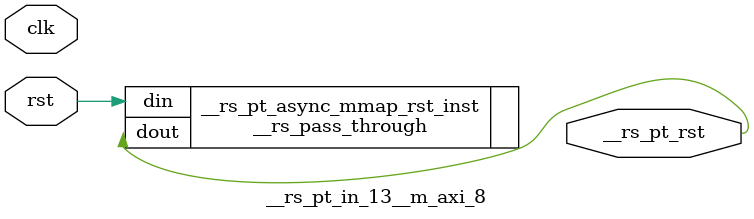
<source format=v>
`timescale 1 ns / 1 ps
/**   Generated by RapidStream   **/
module __rs_pt_in_13__m_axi_8 #(
    parameter BufferSize         = 32,
    parameter BufferSizeLog      = 5,
    parameter AddrWidth          = 64,
    parameter AxiSideAddrWidth   = 64,
    parameter DataWidth          = 512,
    parameter DataWidthBytesLog  = 6,
    parameter WaitTimeWidth      = 4,
    parameter BurstLenWidth      = 8,
    parameter EnableReadChannel  = 1,
    parameter EnableWriteChannel = 1,
    parameter MaxWaitTime        = 3,
    parameter MaxBurstLen        = 15
) (
    output wire __rs_pt_rst,
    input wire  clk,
    input wire  rst
);




__rs_pass_through #(
    .WIDTH (1)
) __rs_pt_async_mmap_rst_inst /**   Generated by RapidStream   **/ (
    .din  (rst),
    .dout (__rs_pt_rst)
);

endmodule  // __rs_pt_in_13__m_axi_8
</source>
